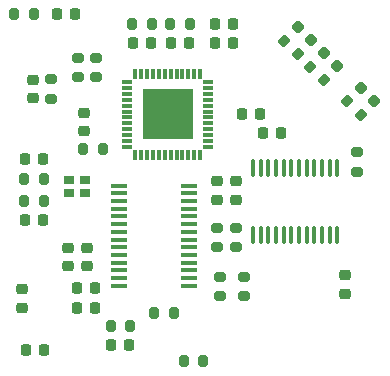
<source format=gbr>
%TF.GenerationSoftware,KiCad,Pcbnew,6.0.5-a6ca702e91~116~ubuntu20.04.1*%
%TF.CreationDate,2022-07-26T15:57:37+01:00*%
%TF.ProjectId,sd-mux,73642d6d-7578-42e6-9b69-6361645f7063,rev?*%
%TF.SameCoordinates,Original*%
%TF.FileFunction,Paste,Top*%
%TF.FilePolarity,Positive*%
%FSLAX46Y46*%
G04 Gerber Fmt 4.6, Leading zero omitted, Abs format (unit mm)*
G04 Created by KiCad (PCBNEW 6.0.5-a6ca702e91~116~ubuntu20.04.1) date 2022-07-26 15:57:37*
%MOMM*%
%LPD*%
G01*
G04 APERTURE LIST*
G04 Aperture macros list*
%AMRoundRect*
0 Rectangle with rounded corners*
0 $1 Rounding radius*
0 $2 $3 $4 $5 $6 $7 $8 $9 X,Y pos of 4 corners*
0 Add a 4 corners polygon primitive as box body*
4,1,4,$2,$3,$4,$5,$6,$7,$8,$9,$2,$3,0*
0 Add four circle primitives for the rounded corners*
1,1,$1+$1,$2,$3*
1,1,$1+$1,$4,$5*
1,1,$1+$1,$6,$7*
1,1,$1+$1,$8,$9*
0 Add four rect primitives between the rounded corners*
20,1,$1+$1,$2,$3,$4,$5,0*
20,1,$1+$1,$4,$5,$6,$7,0*
20,1,$1+$1,$6,$7,$8,$9,0*
20,1,$1+$1,$8,$9,$2,$3,0*%
G04 Aperture macros list end*
%ADD10R,0.900000X0.800000*%
%ADD11RoundRect,0.218750X0.335876X0.026517X0.026517X0.335876X-0.335876X-0.026517X-0.026517X-0.335876X0*%
%ADD12RoundRect,0.200000X-0.275000X0.200000X-0.275000X-0.200000X0.275000X-0.200000X0.275000X0.200000X0*%
%ADD13RoundRect,0.200000X-0.200000X-0.275000X0.200000X-0.275000X0.200000X0.275000X-0.200000X0.275000X0*%
%ADD14RoundRect,0.200000X0.335876X0.053033X0.053033X0.335876X-0.335876X-0.053033X-0.053033X-0.335876X0*%
%ADD15RoundRect,0.200000X-0.335876X-0.053033X-0.053033X-0.335876X0.335876X0.053033X0.053033X0.335876X0*%
%ADD16RoundRect,0.200000X0.200000X0.275000X-0.200000X0.275000X-0.200000X-0.275000X0.200000X-0.275000X0*%
%ADD17RoundRect,0.200000X0.275000X-0.200000X0.275000X0.200000X-0.275000X0.200000X-0.275000X-0.200000X0*%
%ADD18RoundRect,0.225000X-0.225000X-0.250000X0.225000X-0.250000X0.225000X0.250000X-0.225000X0.250000X0*%
%ADD19RoundRect,0.225000X0.225000X0.250000X-0.225000X0.250000X-0.225000X-0.250000X0.225000X-0.250000X0*%
%ADD20RoundRect,0.225000X0.250000X-0.225000X0.250000X0.225000X-0.250000X0.225000X-0.250000X-0.225000X0*%
%ADD21RoundRect,0.225000X-0.250000X0.225000X-0.250000X-0.225000X0.250000X-0.225000X0.250000X0.225000X0*%
%ADD22RoundRect,0.100000X0.100000X-0.637500X0.100000X0.637500X-0.100000X0.637500X-0.100000X-0.637500X0*%
%ADD23R,4.200000X4.200000*%
%ADD24R,0.900000X0.300000*%
%ADD25R,0.300000X0.900000*%
%ADD26R,1.475000X0.450000*%
G04 APERTURE END LIST*
D10*
%TO.C,Y1*%
X181000000Y-102925000D03*
X182400000Y-102925000D03*
X182400000Y-101825000D03*
X181000000Y-101825000D03*
%TD*%
D11*
%TO.C,D1*%
X206863694Y-95138694D03*
X205750000Y-94025000D03*
%TD*%
%TO.C,D2*%
X203731847Y-92181847D03*
X202618153Y-91068153D03*
%TD*%
%TO.C,D3*%
X201481847Y-89931847D03*
X200368153Y-88818153D03*
%TD*%
D12*
%TO.C,R4*%
X205375000Y-99475000D03*
X205375000Y-101125000D03*
%TD*%
%TO.C,R11*%
X193800000Y-110025000D03*
X193800000Y-111675000D03*
%TD*%
D13*
%TO.C,R13*%
X188225000Y-113050000D03*
X189875000Y-113050000D03*
%TD*%
D12*
%TO.C,R12*%
X195800000Y-110025000D03*
X195800000Y-111675000D03*
%TD*%
D13*
%TO.C,R14*%
X177200000Y-103625000D03*
X178850000Y-103625000D03*
%TD*%
D14*
%TO.C,R19*%
X199216637Y-90016637D03*
X200383363Y-91183363D03*
%TD*%
D13*
%TO.C,R5*%
X186350000Y-88625000D03*
X188000000Y-88625000D03*
%TD*%
%TO.C,R6*%
X176350000Y-87800000D03*
X178000000Y-87800000D03*
%TD*%
D15*
%TO.C,R17*%
X204566637Y-95166637D03*
X205733363Y-96333363D03*
%TD*%
D13*
%TO.C,R3*%
X190700000Y-117175000D03*
X192350000Y-117175000D03*
%TD*%
D16*
%TO.C,R15*%
X183850000Y-99225000D03*
X182200000Y-99225000D03*
%TD*%
D17*
%TO.C,R7*%
X183325000Y-93125000D03*
X183325000Y-91475000D03*
%TD*%
D12*
%TO.C,FB2*%
X179475000Y-93275000D03*
X179475000Y-94925000D03*
%TD*%
D16*
%TO.C,FB4*%
X191225000Y-88625000D03*
X189575000Y-88625000D03*
%TD*%
D12*
%TO.C,R9*%
X195150000Y-105850000D03*
X195150000Y-107500000D03*
%TD*%
%TO.C,R8*%
X193500000Y-105850000D03*
X193500000Y-107500000D03*
%TD*%
D13*
%TO.C,R10*%
X184525000Y-114200000D03*
X186175000Y-114200000D03*
%TD*%
%TO.C,R2*%
X177200000Y-101700000D03*
X178850000Y-101700000D03*
%TD*%
D17*
%TO.C,R1*%
X181725000Y-93125000D03*
X181725000Y-91475000D03*
%TD*%
D14*
%TO.C,R18*%
X202608363Y-93383363D03*
X201441637Y-92216637D03*
%TD*%
D18*
%TO.C,C18*%
X193350000Y-88575000D03*
X194900000Y-88575000D03*
%TD*%
D19*
%TO.C,C4*%
X198975000Y-97875000D03*
X197425000Y-97875000D03*
%TD*%
D18*
%TO.C,C8*%
X180000000Y-87800000D03*
X181550000Y-87800000D03*
%TD*%
%TO.C,C20*%
X195650000Y-96200000D03*
X197200000Y-96200000D03*
%TD*%
D19*
%TO.C,C15*%
X186125000Y-115800000D03*
X184575000Y-115800000D03*
%TD*%
D18*
%TO.C,C14*%
X177375000Y-116225000D03*
X178925000Y-116225000D03*
%TD*%
D20*
%TO.C,C26*%
X180950000Y-109125000D03*
X180950000Y-107575000D03*
%TD*%
D21*
%TO.C,C3*%
X182300000Y-96100000D03*
X182300000Y-97650000D03*
%TD*%
D18*
%TO.C,C1*%
X177250000Y-105225000D03*
X178800000Y-105225000D03*
%TD*%
%TO.C,C9*%
X193350000Y-90200000D03*
X194900000Y-90200000D03*
%TD*%
D19*
%TO.C,C23*%
X181650000Y-110975000D03*
X183200000Y-110975000D03*
%TD*%
D18*
%TO.C,C13*%
X189625000Y-90200000D03*
X191175000Y-90200000D03*
%TD*%
D21*
%TO.C,C10*%
X177925000Y-93325000D03*
X177925000Y-94875000D03*
%TD*%
D20*
%TO.C,C24*%
X195150000Y-103475000D03*
X195150000Y-101925000D03*
%TD*%
%TO.C,C22*%
X193525000Y-103475000D03*
X193525000Y-101925000D03*
%TD*%
%TO.C,C21*%
X182525000Y-109125000D03*
X182525000Y-107575000D03*
%TD*%
D21*
%TO.C,C17*%
X204375000Y-111425000D03*
X204375000Y-109875000D03*
%TD*%
D19*
%TO.C,C7*%
X187950000Y-90200000D03*
X186400000Y-90200000D03*
%TD*%
D18*
%TO.C,C2*%
X177250000Y-100075000D03*
X178800000Y-100075000D03*
%TD*%
D21*
%TO.C,C12*%
X177000000Y-111075000D03*
X177000000Y-112625000D03*
%TD*%
D19*
%TO.C,C25*%
X183200000Y-112625000D03*
X181650000Y-112625000D03*
%TD*%
D22*
%TO.C,U4*%
X196577000Y-106494500D03*
X197227000Y-106494500D03*
X197877000Y-106494500D03*
X198527000Y-106494500D03*
X199177000Y-106494500D03*
X199827000Y-106494500D03*
X200477000Y-106494500D03*
X201127000Y-106494500D03*
X201777000Y-106494500D03*
X202427000Y-106494500D03*
X203077000Y-106494500D03*
X203727000Y-106494500D03*
X203727000Y-100769500D03*
X203077000Y-100769500D03*
X202427000Y-100769500D03*
X201777000Y-100769500D03*
X201127000Y-100769500D03*
X200477000Y-100769500D03*
X199827000Y-100769500D03*
X199177000Y-100769500D03*
X198527000Y-100769500D03*
X197877000Y-100769500D03*
X197227000Y-100769500D03*
X196577000Y-100769500D03*
%TD*%
D23*
%TO.C,U1*%
X189357000Y-96266000D03*
D24*
X185907000Y-99016000D03*
X185907000Y-98516000D03*
X185907000Y-98016000D03*
X185907000Y-97516000D03*
X185907000Y-97016000D03*
X185907000Y-96516000D03*
X185907000Y-96016000D03*
X185907000Y-95516000D03*
X185907000Y-95016000D03*
X185907000Y-94516000D03*
X185907000Y-94016000D03*
X185907000Y-93516000D03*
D25*
X186607000Y-92816000D03*
X187107000Y-92816000D03*
X187607000Y-92816000D03*
X188107000Y-92816000D03*
X188607000Y-92816000D03*
X189107000Y-92816000D03*
X189607000Y-92816000D03*
X190107000Y-92816000D03*
X190607000Y-92816000D03*
X191107000Y-92816000D03*
X191607000Y-92816000D03*
X192107000Y-92816000D03*
D24*
X192807000Y-93516000D03*
X192807000Y-94016000D03*
X192807000Y-94516000D03*
X192807000Y-95016000D03*
X192807000Y-95516000D03*
X192807000Y-96016000D03*
X192807000Y-96516000D03*
X192807000Y-97016000D03*
X192807000Y-97516000D03*
X192807000Y-98016000D03*
X192807000Y-98516000D03*
X192807000Y-99016000D03*
D25*
X192107000Y-99716000D03*
X191607000Y-99716000D03*
X191107000Y-99716000D03*
X190607000Y-99716000D03*
X190107000Y-99716000D03*
X189607000Y-99716000D03*
X189107000Y-99716000D03*
X188607000Y-99716000D03*
X188107000Y-99716000D03*
X187607000Y-99716000D03*
X187107000Y-99716000D03*
X186607000Y-99716000D03*
%TD*%
D26*
%TO.C,U3*%
X191126600Y-110752600D03*
X191126600Y-110102600D03*
X191126600Y-109452600D03*
X191126600Y-108802600D03*
X191126600Y-108152600D03*
X191126600Y-107502600D03*
X191126600Y-106852600D03*
X191126600Y-106202600D03*
X191126600Y-105552600D03*
X191126600Y-104902600D03*
X191126600Y-104252600D03*
X191126600Y-103602600D03*
X191126600Y-102952600D03*
X191126600Y-102302600D03*
X185250600Y-102302600D03*
X185250600Y-102952600D03*
X185250600Y-103602600D03*
X185250600Y-104252600D03*
X185250600Y-104902600D03*
X185250600Y-105552600D03*
X185250600Y-106202600D03*
X185250600Y-106852600D03*
X185250600Y-107502600D03*
X185250600Y-108152600D03*
X185250600Y-108802600D03*
X185250600Y-109452600D03*
X185250600Y-110102600D03*
X185250600Y-110752600D03*
%TD*%
M02*

</source>
